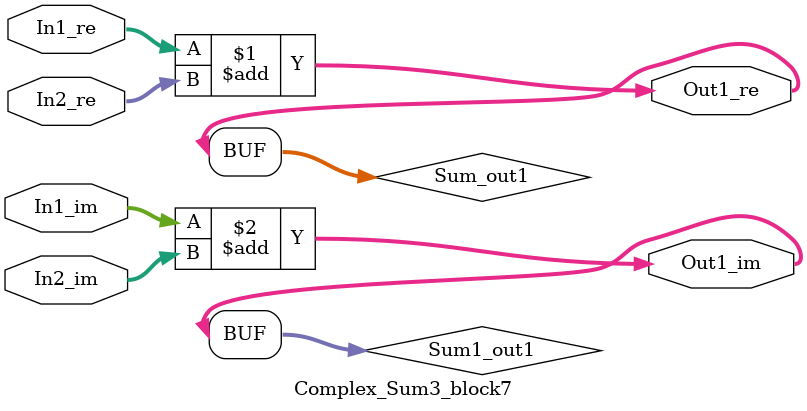
<source format=v>



`timescale 1 ns / 1 ns

module Complex_Sum3_block7
          (In1_re,
           In1_im,
           In2_re,
           In2_im,
           Out1_re,
           Out1_im);


  input   signed [36:0] In1_re;  // sfix37_En22
  input   signed [36:0] In1_im;  // sfix37_En22
  input   signed [36:0] In2_re;  // sfix37_En22
  input   signed [36:0] In2_im;  // sfix37_En22
  output  signed [36:0] Out1_re;  // sfix37_En22
  output  signed [36:0] Out1_im;  // sfix37_En22


  wire signed [36:0] Sum_out1;  // sfix37_En22
  wire signed [36:0] Sum1_out1;  // sfix37_En22


  assign Sum_out1 = In1_re + In2_re;



  assign Out1_re = Sum_out1;

  assign Sum1_out1 = In1_im + In2_im;



  assign Out1_im = Sum1_out1;

endmodule  // Complex_Sum3_block7


</source>
